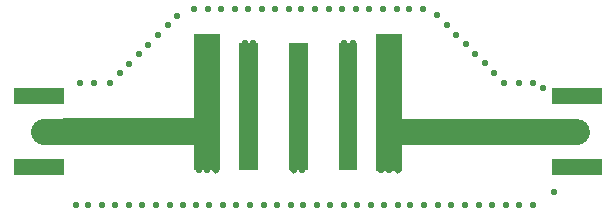
<source format=gbr>
%TF.GenerationSoftware,KiCad,Pcbnew,9.0.6+1*%
%TF.CreationDate,2026-01-27T15:49:49+01:00*%
%TF.ProjectId,si-simulation-test-board,73692d73-696d-4756-9c61-74696f6e2d74,rev?*%
%TF.SameCoordinates,Original*%
%TF.FileFunction,Copper,L1,Top*%
%TF.FilePolarity,Positive*%
%FSLAX46Y46*%
G04 Gerber Fmt 4.6, Leading zero omitted, Abs format (unit mm)*
G04 Created by KiCad (PCBNEW 9.0.6+1) date 2026-01-27 15:49:49*
%MOMM*%
%LPD*%
G01*
G04 APERTURE LIST*
%TA.AperFunction,Conductor*%
%ADD10C,0.275000*%
%TD*%
%TA.AperFunction,Conductor*%
%ADD11C,0.000000*%
%TD*%
%TA.AperFunction,SMDPad,CuDef*%
%ADD12R,4.191000X1.450000*%
%TD*%
%TA.AperFunction,ViaPad*%
%ADD13C,0.550000*%
%TD*%
%TA.AperFunction,Conductor*%
%ADD14C,2.200000*%
%TD*%
G04 APERTURE END LIST*
%TO.N,Filter*%
D10*
X126082500Y-130915000D02*
G75*
G02*
X125807500Y-130915000I-137500J0D01*
G01*
X125807500Y-130915000D02*
G75*
G02*
X126082500Y-130915000I137500J0D01*
G01*
D11*
%TA.AperFunction,Conductor*%
G36*
X111640000Y-130915000D02*
G01*
X109450000Y-130915000D01*
X109450000Y-119360000D01*
X111640000Y-119360000D01*
X111640000Y-130915000D01*
G37*
%TD.AperFunction*%
D10*
X118677500Y-130915000D02*
G75*
G02*
X118402500Y-130915000I-137500J0D01*
G01*
X118402500Y-130915000D02*
G75*
G02*
X118677500Y-130915000I137500J0D01*
G01*
D11*
%TA.AperFunction,Conductor*%
G36*
X123250000Y-130915000D02*
G01*
X121660000Y-130915000D01*
X121660000Y-120085000D01*
X123250000Y-120085000D01*
X123250000Y-130915000D01*
G37*
%TD.AperFunction*%
%TA.AperFunction,Conductor*%
G36*
X123245000Y-130915000D02*
G01*
X121655000Y-130915000D01*
X121655000Y-120085000D01*
X123245000Y-120085000D01*
X123245000Y-130915000D01*
G37*
%TD.AperFunction*%
D10*
X110677500Y-130915000D02*
G75*
G02*
X110402500Y-130915000I-137500J0D01*
G01*
X110402500Y-130915000D02*
G75*
G02*
X110677500Y-130915000I137500J0D01*
G01*
D11*
%TA.AperFunction,Conductor*%
G36*
X114840000Y-130915000D02*
G01*
X113250000Y-130915000D01*
X113250000Y-120085000D01*
X114840000Y-120085000D01*
X114840000Y-130915000D01*
G37*
%TD.AperFunction*%
%TA.AperFunction,Conductor*%
G36*
X114840000Y-130915000D02*
G01*
X113250000Y-130915000D01*
X113250000Y-120085000D01*
X114840000Y-120085000D01*
X114840000Y-130915000D01*
G37*
%TD.AperFunction*%
%TA.AperFunction,Conductor*%
G36*
X140714999Y-128715000D02*
G01*
X126710001Y-128715002D01*
X126710000Y-126525002D01*
X140715000Y-126525000D01*
X140714999Y-128715000D01*
G37*
%TD.AperFunction*%
%TA.AperFunction,Conductor*%
G36*
X127040000Y-130920000D02*
G01*
X124850000Y-130920000D01*
X124850000Y-119365000D01*
X127040000Y-119365000D01*
X127040000Y-130920000D01*
G37*
%TD.AperFunction*%
D10*
X111377500Y-130915000D02*
G75*
G02*
X111102500Y-130915000I-137500J0D01*
G01*
X111102500Y-130915000D02*
G75*
G02*
X111377500Y-130915000I137500J0D01*
G01*
D11*
%TA.AperFunction,Conductor*%
G36*
X119045000Y-130915000D02*
G01*
X117455000Y-130915000D01*
X117455000Y-120085000D01*
X119045000Y-120085000D01*
X119045000Y-130915000D01*
G37*
%TD.AperFunction*%
%TA.AperFunction,Conductor*%
G36*
X111640000Y-130915000D02*
G01*
X109450000Y-130915000D01*
X109450000Y-119365000D01*
X111640000Y-119365000D01*
X111640000Y-130915000D01*
G37*
%TD.AperFunction*%
D10*
X122977500Y-120115000D02*
G75*
G02*
X122702500Y-120115000I-137500J0D01*
G01*
X122702500Y-120115000D02*
G75*
G02*
X122977500Y-120115000I137500J0D01*
G01*
X109977500Y-130915000D02*
G75*
G02*
X109702500Y-130915000I-137500J0D01*
G01*
X109702500Y-130915000D02*
G75*
G02*
X109977500Y-130915000I137500J0D01*
G01*
D11*
%TA.AperFunction,Conductor*%
G36*
X127040000Y-130915000D02*
G01*
X124850000Y-130915000D01*
X124850000Y-119365000D01*
X127040000Y-119365000D01*
X127040000Y-130915000D01*
G37*
%TD.AperFunction*%
%TA.AperFunction,Conductor*%
G36*
X119045000Y-130915000D02*
G01*
X117455000Y-130915000D01*
X117455000Y-120085000D01*
X119045000Y-120085000D01*
X119045000Y-130915000D01*
G37*
%TD.AperFunction*%
D10*
X114577500Y-120115000D02*
G75*
G02*
X114302500Y-120115000I-137500J0D01*
G01*
X114302500Y-120115000D02*
G75*
G02*
X114577500Y-120115000I137500J0D01*
G01*
X126782500Y-130915000D02*
G75*
G02*
X126507500Y-130915000I-137500J0D01*
G01*
X126507500Y-130915000D02*
G75*
G02*
X126782500Y-130915000I137500J0D01*
G01*
X125382500Y-130915000D02*
G75*
G02*
X125107500Y-130915000I-137500J0D01*
G01*
X125107500Y-130915000D02*
G75*
G02*
X125382500Y-130915000I137500J0D01*
G01*
X113877500Y-120115000D02*
G75*
G02*
X113602500Y-120115000I-137500J0D01*
G01*
X113602500Y-120115000D02*
G75*
G02*
X113877500Y-120115000I137500J0D01*
G01*
X122277500Y-120115000D02*
G75*
G02*
X122002500Y-120115000I-137500J0D01*
G01*
X122002500Y-120115000D02*
G75*
G02*
X122277500Y-120115000I137500J0D01*
G01*
X117977500Y-130915000D02*
G75*
G02*
X117702500Y-130915000I-137500J0D01*
G01*
X117702500Y-130915000D02*
G75*
G02*
X117977500Y-130915000I137500J0D01*
G01*
D11*
%TA.AperFunction,Conductor*%
G36*
X109864999Y-128700000D02*
G01*
X98310001Y-128700000D01*
X98310000Y-126510000D01*
X109865000Y-126510000D01*
X109864999Y-128700000D01*
G37*
%TD.AperFunction*%
%TD*%
D12*
%TO.P,,2,2*%
%TO.N,GND*%
X96325000Y-130584499D03*
%TD*%
%TO.P,,2,2*%
%TO.N,GND*%
X141825000Y-130585500D03*
%TD*%
%TO.P,,2,2*%
%TO.N,GND*%
X141825000Y-124635500D03*
%TD*%
%TO.P,,2,2*%
%TO.N,GND*%
X96325000Y-124634499D03*
%TD*%
D13*
%TO.N,GND*%
X120800000Y-117210000D03*
X113000000Y-133810000D03*
X132340000Y-133810000D03*
X131600000Y-119410000D03*
X102300719Y-123509281D03*
X120940000Y-133810000D03*
X94800000Y-130560000D03*
X109400000Y-117210000D03*
X99800000Y-123510000D03*
X107179756Y-118630244D03*
X128760000Y-117210000D03*
X118640000Y-133810000D03*
X119800000Y-133810000D03*
X105553411Y-120256589D03*
X121960000Y-117210000D03*
X99400000Y-133810000D03*
X133226346Y-121036346D03*
X141825000Y-130510000D03*
X134852691Y-122662691D03*
X111700000Y-117210000D03*
X107340000Y-133810000D03*
X134046589Y-121856589D03*
X110700000Y-133810000D03*
X96325000Y-124635000D03*
X105040000Y-133810000D03*
X102740000Y-133810000D03*
X143600000Y-130510000D03*
X104747309Y-121062691D03*
X98100000Y-124635000D03*
X124400000Y-133810000D03*
X141825000Y-124610000D03*
X116440000Y-133810000D03*
X127600000Y-117210000D03*
X115160000Y-117210000D03*
X115300000Y-133810000D03*
X103927065Y-121882935D03*
X103900000Y-133810000D03*
X96325000Y-130585000D03*
X98100000Y-130585000D03*
X114000000Y-117210000D03*
X109540000Y-133810000D03*
X106373654Y-119436346D03*
X100440000Y-133810000D03*
X108000000Y-117810000D03*
X138100000Y-133810000D03*
X124260000Y-117210000D03*
X134640000Y-133810000D03*
X112860000Y-117210000D03*
X139900000Y-132710000D03*
X106200000Y-133810000D03*
X114140000Y-133810000D03*
X123240000Y-133810000D03*
X135672935Y-123482935D03*
X143600000Y-124610000D03*
X138100000Y-123482935D03*
X140300000Y-124585000D03*
X108500000Y-133810000D03*
X117460000Y-117210000D03*
X119660000Y-117210000D03*
X110560000Y-117210000D03*
X101600000Y-133810000D03*
X122100000Y-133810000D03*
X125400000Y-117210000D03*
X136940000Y-133810000D03*
X103120963Y-122689037D03*
X94800000Y-124610000D03*
X136940000Y-123482935D03*
X130040000Y-133810000D03*
X116300000Y-117210000D03*
X127740000Y-133810000D03*
X128900000Y-133810000D03*
X125540000Y-133810000D03*
X135800000Y-133810000D03*
X129973654Y-117783654D03*
X117600000Y-133810000D03*
X126560000Y-117210000D03*
X123100000Y-117210000D03*
X130793898Y-118603898D03*
X126700000Y-133810000D03*
X139000000Y-123910000D03*
X118500000Y-117210000D03*
X140300000Y-130485000D03*
X131200000Y-133810000D03*
X111840000Y-133810000D03*
X133500000Y-133810000D03*
X100960000Y-123510000D03*
X132420244Y-120230244D03*
%TO.N,Filter*%
X126645000Y-130915000D03*
X122840000Y-120115000D03*
X114440000Y-120115000D03*
X117840000Y-130915000D03*
X113740000Y-120115000D03*
X125945000Y-130915000D03*
X122140000Y-120115000D03*
X109840000Y-130915000D03*
X111240000Y-130915000D03*
X110540000Y-130915000D03*
X125245000Y-130915000D03*
X118540000Y-130915000D03*
%TD*%
D14*
%TO.N,Filter*%
X141825000Y-127622500D02*
X125945000Y-127615000D01*
X110495000Y-127615000D02*
X96700000Y-127615000D01*
%TD*%
M02*

</source>
